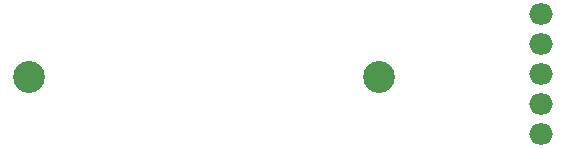
<source format=gbl>
%FSLAX24Y24*%
%MOIN*%
G70*
G01*
G75*
G04 Layer_Physical_Order=2*
G04 Layer_Color=16711680*
%ADD10R,0.0551X0.0374*%
%ADD11R,0.0551X0.0354*%
%ADD12C,0.0197*%
%ADD13C,0.1063*%
%ADD14O,0.0787X0.0709*%
D13*
X50350Y16750D02*
D03*
X38700D02*
D03*
D14*
X55750Y14850D02*
D03*
Y15850D02*
D03*
Y16850D02*
D03*
Y17850D02*
D03*
X55748Y18850D02*
D03*
M02*

</source>
